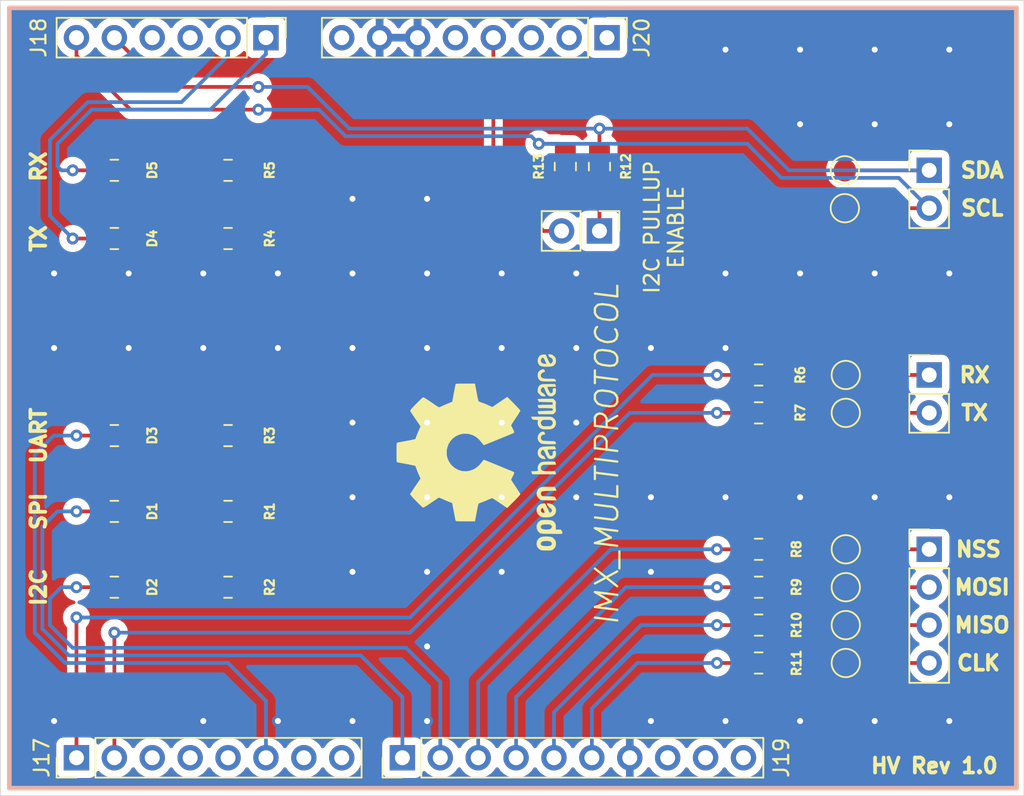
<source format=kicad_pcb>
(kicad_pcb (version 20171130) (host pcbnew "(5.1.5)-2")
  (layers (0 F.Cu signal) (31 B.Cu signal) (34 B.Paste user) (35 F.Paste user) (36 B.SilkS user) (37 F.SilkS user) (38 B.Mask user) (39 F.Mask user) (44 Edge.Cuts user))
  (net 0 "")
  (net 1 SPI_LED_GPIO_AD_B0_09)
  (net 2 "Net-(D1-Pad1)")
  (net 3 I2C_LED_GPIO_AD_B0_07)
  (net 4 "Net-(D2-Pad1)")
  (net 5 SERIAL_LED_GPIO_AD_B0_06)
  (net 6 "Net-(D3-Pad1)")
  (net 7 TX_LED_GPIO_AD_B0_14)
  (net 8 "Net-(D4-Pad1)")
  (net 9 RX_LED_GPIO_AD_B1_06)
  (net 10 "Net-(D5-Pad1)")
  (net 11 "Net-(J17-Pad5)")
  (net 12 LPUART2_UARTTX_GPIO_AD_B1_08)
  (net 13 LPUART2_UARTRX_GPIO_AD_B1_09)
  (net 14 LPI2C1_SCL_GPIO_AD_B1_14)
  (net 15 LPI2C1_SDA_GPIO_AD_B1_15)
  (net 16 "Net-(J18-Pad4)")
  (net 17 "Net-(J18-Pad3)")
  (net 18 "Net-(J19-Pad10)")
  (net 19 "Net-(J19-Pad9)")
  (net 20 +3V3)
  (net 21 GND)
  (net 22 LPSPI_CLK_GPIO_AD_B0_10)
  (net 23 LPSPI_MISO_GPIO_AD_B0_13)
  (net 24 LPSPI_MOSI_GPIO_AD_B0_12)
  (net 25 LPSPI_CS_GPIO_AD_B0_11)
  (net 26 "Net-(J20-Pad8)")
  (net 27 "Net-(J20-Pad5)")
  (net 28 "Net-(J20-Pad3)")
  (net 29 "Net-(J20-Pad1)")
  (net 30 "Net-(R6-Pad1)")
  (net 31 "Net-(R7-Pad1)")
  (net 32 "Net-(I2C_PULLUP_ENABLE1-Pad1)")
  (net 33 "Net-(R8-Pad1)")
  (net 34 "Net-(R9-Pad1)")
  (net 35 "Net-(R10-Pad1)")
  (net 36 "Net-(R11-Pad1)")
  (net 37 "Net-(J17-Pad8)")
  (net 38 "Net-(J17-Pad7)")
  (net 39 "Net-(J17-Pad4)")
  (net 40 "Net-(J17-Pad3)")
  (net 41 "Net-(J19-Pad8)")
  (net 42 "Net-(J20-Pad2)")
  (module TestPoint:TestPoint_Pad_D1.5mm (layer F.Cu) (at 156.6 60.63)
    (fp_text reference TP8 hide)
    (fp_text value TestPoint)
    (pad 1 smd circle (at 0 0) (size 1.5 1.5) (layers F.Cu F.Mask) (net 14 LPI2C1_SCL_GPIO_AD_B1_14))
  )
  (module TestPoint:TestPoint_Pad_D1.5mm (layer F.Cu) (at 156.6 58.09)
    (fp_text reference TP7 hide)
    (fp_text value TestPoint)
    (pad 1 smd circle (at 0 0) (size 1.5 1.5) (layers F.Cu F.Mask) (net 15 LPI2C1_SDA_GPIO_AD_B1_15))
  )
  (module Symbol:OSHW-Logo2_14.6x12mm_SilkScreen (layer F.Cu) (at 132.1 77 90)
    (fp_text reference REF** hide)
    (fp_text value OSHW-Logo2_14.6x12mm_SilkScreen hide)
  )
  (module TestPoint:TestPoint_Pad_D1.5mm (layer F.Cu) (at 156.662 91.11)
    (fp_text reference TP6 hide)
    (fp_text value TestPoint)
    (pad 1 smd circle (at 0 0) (size 1.5 1.5) (layers F.Cu F.Mask) (net 36 "Net-(R11-Pad1)"))
  )
  (module TestPoint:TestPoint_Pad_D1.5mm (layer F.Cu) (at 156.662 88.57)
    (fp_text reference TP5 hide)
    (fp_text value TestPoint)
    (pad 1 smd circle (at 0 0) (size 1.5 1.5) (layers F.Cu F.Mask) (net 35 "Net-(R10-Pad1)"))
  )
  (module TestPoint:TestPoint_Pad_D1.5mm (layer F.Cu) (at 156.662 86.03)
    (fp_text reference TP4 hide)
    (fp_text value TestPoint)
    (pad 1 smd circle (at 0 0) (size 1.5 1.5) (layers F.Cu F.Mask) (net 34 "Net-(R9-Pad1)"))
  )
  (module TestPoint:TestPoint_Pad_D1.5mm (layer F.Cu) (at 156.662 74.346)
    (fp_text reference TP2 hide)
    (fp_text value TestPoint)
    (pad 1 smd circle (at 0 0) (size 1.5 1.5) (layers F.Cu F.Mask) (net 31 "Net-(R7-Pad1)"))
  )
  (module TestPoint:TestPoint_Pad_D1.5mm (layer F.Cu) (at 156.662 71.806)
    (fp_text reference TP1 hide)
    (fp_text value TestPoint)
    (pad 1 smd circle (at 0 0) (size 1.5 1.5) (layers F.Cu F.Mask) (net 30 "Net-(R6-Pad1)"))
  )
  (module TestPoint:TestPoint_Pad_D1.5mm (layer F.Cu) (at 156.662 83.49)
    (fp_text reference TP3 hide)
    (fp_text value TestPoint)
    (pad 1 smd circle (at 0 0) (size 1.5 1.5) (layers F.Cu F.Mask) (net 33 "Net-(R8-Pad1)"))
  )
  (module Connector_PinHeader_2.54mm:PinHeader_1x04_P2.54mm_Vertical (layer F.Cu) (at 162.25 83.49)
    (fp_text reference SPI_OUT1 hide)
    (fp_text value Conn_01x04)
    (pad 4 thru_hole oval (at 0 7.62) (size 1.7 1.7) (drill 1) (layers *.Cu *.Mask) (net 36 "Net-(R11-Pad1)"))
    (pad 3 thru_hole oval (at 0 5.08) (size 1.7 1.7) (drill 1) (layers *.Cu *.Mask) (net 35 "Net-(R10-Pad1)"))
    (pad 2 thru_hole oval (at 0 2.54) (size 1.7 1.7) (drill 1) (layers *.Cu *.Mask) (net 34 "Net-(R9-Pad1)"))
    (pad 1 thru_hole rect (at 0 0) (size 1.7 1.7) (drill 1) (layers *.Cu *.Mask) (net 33 "Net-(R8-Pad1)"))
  )
  (module Connector_PinHeader_2.54mm:PinHeader_1x02_P2.54mm_Vertical (layer F.Cu) (at 162.25 71.806)
    (fp_text reference SER_OUT1 hide)
    (fp_text value Conn_01x02)
    (pad 2 thru_hole oval (at 0 2.54) (size 1.7 1.7) (drill 1) (layers *.Cu *.Mask) (net 31 "Net-(R7-Pad1)"))
    (pad 1 thru_hole rect (at 0 0) (size 1.7 1.7) (drill 1) (layers *.Cu *.Mask) (net 30 "Net-(R6-Pad1)"))
  )
  (module Resistor_SMD:R_0805_2012Metric_Pad1.15x1.40mm_HandSolder (layer F.Cu) (at 137.866 57.836 90)
    (fp_text reference R13 (at 0 -1.778 90) (layer F.SilkS) (effects (font (size 0.6 0.6))))
    (fp_text value 10k)
    (pad 2 smd roundrect (at 1.025 0 90) (size 1.15 1.4) (layers F.Cu F.Paste F.Mask) (roundrect_rratio 0.217391) (net 14 LPI2C1_SCL_GPIO_AD_B1_14))
    (pad 1 smd roundrect (at -1.025 0 90) (size 1.15 1.4) (layers F.Cu F.Paste F.Mask) (roundrect_rratio 0.217391) (net 32 "Net-(I2C_PULLUP_ENABLE1-Pad1)"))
  )
  (module Resistor_SMD:R_0805_2012Metric_Pad1.15x1.40mm_HandSolder (layer F.Cu) (at 140.152 57.836 90)
    (fp_text reference R12 (at 0 1.778 90) (layer F.SilkS) (effects (font (size 0.6 0.6))))
    (fp_text value 10k)
    (pad 2 smd roundrect (at 1.025 0 90) (size 1.15 1.4) (layers F.Cu F.Paste F.Mask) (roundrect_rratio 0.217391) (net 15 LPI2C1_SDA_GPIO_AD_B1_15))
    (pad 1 smd roundrect (at -1.025 0 90) (size 1.15 1.4) (layers F.Cu F.Paste F.Mask) (roundrect_rratio 0.217391) (net 32 "Net-(I2C_PULLUP_ENABLE1-Pad1)"))
  )
  (module Resistor_SMD:R_0805_2012Metric_Pad1.15x1.40mm_HandSolder (layer F.Cu) (at 150.82 91.11 180)
    (fp_text reference R11 (at -2.54 0 90) (layer F.SilkS) (effects (font (size 0.6 0.6))))
    (fp_text value 100R)
    (pad 2 smd roundrect (at 1.025 0 180) (size 1.15 1.4) (layers F.Cu F.Paste F.Mask) (roundrect_rratio 0.217391) (net 22 LPSPI_CLK_GPIO_AD_B0_10))
    (pad 1 smd roundrect (at -1.025 0 180) (size 1.15 1.4) (layers F.Cu F.Paste F.Mask) (roundrect_rratio 0.217391) (net 36 "Net-(R11-Pad1)"))
  )
  (module Resistor_SMD:R_0805_2012Metric_Pad1.15x1.40mm_HandSolder (layer F.Cu) (at 150.82 88.57 180)
    (fp_text reference R10 (at -2.54 0 90) (layer F.SilkS) (effects (font (size 0.6 0.6))))
    (fp_text value 100R)
    (pad 2 smd roundrect (at 1.025 0 180) (size 1.15 1.4) (layers F.Cu F.Paste F.Mask) (roundrect_rratio 0.217391) (net 23 LPSPI_MISO_GPIO_AD_B0_13))
    (pad 1 smd roundrect (at -1.025 0 180) (size 1.15 1.4) (layers F.Cu F.Paste F.Mask) (roundrect_rratio 0.217391) (net 35 "Net-(R10-Pad1)"))
  )
  (module Resistor_SMD:R_0805_2012Metric_Pad1.15x1.40mm_HandSolder (layer F.Cu) (at 150.82 86.03 180)
    (fp_text reference R9 (at -2.54 0 90) (layer F.SilkS) (effects (font (size 0.6 0.6))))
    (fp_text value 100R)
    (pad 2 smd roundrect (at 1.025 0 180) (size 1.15 1.4) (layers F.Cu F.Paste F.Mask) (roundrect_rratio 0.217391) (net 24 LPSPI_MOSI_GPIO_AD_B0_12))
    (pad 1 smd roundrect (at -1.025 0 180) (size 1.15 1.4) (layers F.Cu F.Paste F.Mask) (roundrect_rratio 0.217391) (net 34 "Net-(R9-Pad1)"))
  )
  (module Resistor_SMD:R_0805_2012Metric_Pad1.15x1.40mm_HandSolder (layer F.Cu) (at 150.82 83.49 180)
    (fp_text reference R8 (at -2.54 0 90) (layer F.SilkS) (effects (font (size 0.6 0.6))))
    (fp_text value 100R)
    (pad 2 smd roundrect (at 1.025 0 180) (size 1.15 1.4) (layers F.Cu F.Paste F.Mask) (roundrect_rratio 0.217391) (net 25 LPSPI_CS_GPIO_AD_B0_11))
    (pad 1 smd roundrect (at -1.025 0 180) (size 1.15 1.4) (layers F.Cu F.Paste F.Mask) (roundrect_rratio 0.217391) (net 33 "Net-(R8-Pad1)"))
  )
  (module Connector_PinHeader_2.54mm:PinHeader_1x02_P2.54mm_Vertical (layer F.Cu) (at 140.152 62.154 270)
    (fp_text reference I2C_PULLUP_ENABLE1 hide)
    (fp_text value Conn_01x02)
    (pad 2 thru_hole oval (at 0 2.54 270) (size 1.7 1.7) (drill 1) (layers *.Cu *.Mask) (net 20 +3V3))
    (pad 1 thru_hole rect (at 0 0 270) (size 1.7 1.7) (drill 1) (layers *.Cu *.Mask) (net 32 "Net-(I2C_PULLUP_ENABLE1-Pad1)"))
  )
  (module Connector_PinHeader_2.54mm:PinHeader_1x02_P2.54mm_Vertical (layer F.Cu) (at 162.25 58.09)
    (fp_text reference I2C_OUT1 hide)
    (fp_text value Conn_01x02)
    (pad 2 thru_hole oval (at 0 2.54) (size 1.7 1.7) (drill 1) (layers *.Cu *.Mask) (net 14 LPI2C1_SCL_GPIO_AD_B1_14))
    (pad 1 thru_hole rect (at 0 0) (size 1.7 1.7) (drill 1) (layers *.Cu *.Mask) (net 15 LPI2C1_SDA_GPIO_AD_B1_15))
  )
  (module Resistor_SMD:R_0805_2012Metric_Pad1.15x1.40mm_HandSolder (layer F.Cu) (at 150.82 74.346 180)
    (fp_text reference R7 (at -2.794 0 90) (layer F.SilkS) (effects (font (size 0.6 0.6))))
    (fp_text value 100R)
    (pad 2 smd roundrect (at 1.025 0 180) (size 1.15 1.4) (layers F.Cu F.Paste F.Mask) (roundrect_rratio 0.217391) (net 12 LPUART2_UARTTX_GPIO_AD_B1_08))
    (pad 1 smd roundrect (at -1.025 0 180) (size 1.15 1.4) (layers F.Cu F.Paste F.Mask) (roundrect_rratio 0.217391) (net 31 "Net-(R7-Pad1)"))
  )
  (module Resistor_SMD:R_0805_2012Metric_Pad1.15x1.40mm_HandSolder (layer F.Cu) (at 150.82 71.806 180)
    (fp_text reference R6 (at -2.794 0 90) (layer F.SilkS) (effects (font (size 0.6 0.6))))
    (fp_text value 100R)
    (pad 2 smd roundrect (at 1.025 0 180) (size 1.15 1.4) (layers F.Cu F.Paste F.Mask) (roundrect_rratio 0.217391) (net 13 LPUART2_UARTRX_GPIO_AD_B1_09))
    (pad 1 smd roundrect (at -1.025 0 180) (size 1.15 1.4) (layers F.Cu F.Paste F.Mask) (roundrect_rratio 0.217391) (net 30 "Net-(R6-Pad1)"))
  )
  (module Resistor_SMD:R_0805_2012Metric_Pad1.15x1.40mm_HandSolder (layer F.Cu) (at 115.26 58.09 180)
    (fp_text reference R5 (at -2.794 0 90) (layer F.SilkS) (effects (font (size 0.6 0.6))))
    (fp_text value 1K)
    (pad 2 smd roundrect (at 1.025 0 180) (size 1.15 1.4) (layers F.Cu F.Paste F.Mask) (roundrect_rratio 0.217391) (net 10 "Net-(D5-Pad1)"))
    (pad 1 smd roundrect (at -1.025 0 180) (size 1.15 1.4) (layers F.Cu F.Paste F.Mask) (roundrect_rratio 0.217391) (net 21 GND))
  )
  (module Resistor_SMD:R_0805_2012Metric_Pad1.15x1.40mm_HandSolder (layer F.Cu) (at 115.26 62.662 180)
    (fp_text reference R4 (at -2.794 0 90) (layer F.SilkS) (effects (font (size 0.6 0.6))))
    (fp_text value 1K)
    (pad 2 smd roundrect (at 1.025 0 180) (size 1.15 1.4) (layers F.Cu F.Paste F.Mask) (roundrect_rratio 0.217391) (net 8 "Net-(D4-Pad1)"))
    (pad 1 smd roundrect (at -1.025 0 180) (size 1.15 1.4) (layers F.Cu F.Paste F.Mask) (roundrect_rratio 0.217391) (net 21 GND))
  )
  (module Resistor_SMD:R_0805_2012Metric_Pad1.15x1.40mm_HandSolder (layer F.Cu) (at 115.26 75.87 180)
    (fp_text reference R3 (at -2.794 0 90) (layer F.SilkS) (effects (font (size 0.6 0.6))))
    (fp_text value 1K)
    (pad 2 smd roundrect (at 1.025 0 180) (size 1.15 1.4) (layers F.Cu F.Paste F.Mask) (roundrect_rratio 0.217391) (net 6 "Net-(D3-Pad1)"))
    (pad 1 smd roundrect (at -1.025 0 180) (size 1.15 1.4) (layers F.Cu F.Paste F.Mask) (roundrect_rratio 0.217391) (net 21 GND))
  )
  (module Resistor_SMD:R_0805_2012Metric_Pad1.15x1.40mm_HandSolder (layer F.Cu) (at 115.26 86.03 180)
    (fp_text reference R2 (at -2.794 0 90) (layer F.SilkS) (effects (font (size 0.6 0.6))))
    (fp_text value 1K)
    (pad 2 smd roundrect (at 1.025 0 180) (size 1.15 1.4) (layers F.Cu F.Paste F.Mask) (roundrect_rratio 0.217391) (net 4 "Net-(D2-Pad1)"))
    (pad 1 smd roundrect (at -1.025 0 180) (size 1.15 1.4) (layers F.Cu F.Paste F.Mask) (roundrect_rratio 0.217391) (net 21 GND))
  )
  (module Resistor_SMD:R_0805_2012Metric_Pad1.15x1.40mm_HandSolder (layer F.Cu) (at 115.26 80.95 180)
    (fp_text reference R1 (at -2.794 0 90) (layer F.SilkS) (effects (font (size 0.6 0.6))))
    (fp_text value 1K)
    (pad 2 smd roundrect (at 1.025 0 180) (size 1.15 1.4) (layers F.Cu F.Paste F.Mask) (roundrect_rratio 0.217391) (net 2 "Net-(D1-Pad1)"))
    (pad 1 smd roundrect (at -1.025 0 180) (size 1.15 1.4) (layers F.Cu F.Paste F.Mask) (roundrect_rratio 0.217391) (net 21 GND))
  )
  (module Connector_PinHeader_2.54mm:PinHeader_1x08_P2.54mm_Vertical (layer F.Cu) (at 140.66 49.2 270)
    (fp_text reference J20 (at 0 -2.33 90) (layer F.SilkS))
    (fp_text value Conn_01x08)
    (pad 8 thru_hole oval (at 0 17.78 270) (size 1.7 1.7) (drill 1) (layers *.Cu *.Mask) (net 26 "Net-(J20-Pad8)"))
    (pad 7 thru_hole oval (at 0 15.24 270) (size 1.7 1.7) (drill 1) (layers *.Cu *.Mask) (net 21 GND))
    (pad 6 thru_hole oval (at 0 12.7 270) (size 1.7 1.7) (drill 1) (layers *.Cu *.Mask) (net 21 GND))
    (pad 5 thru_hole oval (at 0 10.16 270) (size 1.7 1.7) (drill 1) (layers *.Cu *.Mask) (net 27 "Net-(J20-Pad5)"))
    (pad 4 thru_hole oval (at 0 7.62 270) (size 1.7 1.7) (drill 1) (layers *.Cu *.Mask) (net 20 +3V3))
    (pad 3 thru_hole oval (at 0 5.08 270) (size 1.7 1.7) (drill 1) (layers *.Cu *.Mask) (net 28 "Net-(J20-Pad3)"))
    (pad 2 thru_hole oval (at 0 2.54 270) (size 1.7 1.7) (drill 1) (layers *.Cu *.Mask) (net 42 "Net-(J20-Pad2)"))
    (pad 1 thru_hole rect (at 0 0 270) (size 1.7 1.7) (drill 1) (layers *.Cu *.Mask) (net 29 "Net-(J20-Pad1)"))
  )
  (module Connector_PinHeader_2.54mm:PinHeader_1x10_P2.54mm_Vertical (layer F.Cu) (at 126.944 97.46 90)
    (fp_text reference J19 (at 0 25.4 90) (layer F.SilkS))
    (fp_text value Conn_01x10)
    (pad 10 thru_hole oval (at 0 22.86 90) (size 1.7 1.7) (drill 1) (layers *.Cu *.Mask) (net 18 "Net-(J19-Pad10)"))
    (pad 9 thru_hole oval (at 0 20.32 90) (size 1.7 1.7) (drill 1) (layers *.Cu *.Mask) (net 19 "Net-(J19-Pad9)"))
    (pad 8 thru_hole oval (at 0 17.78 90) (size 1.7 1.7) (drill 1) (layers *.Cu *.Mask) (net 41 "Net-(J19-Pad8)"))
    (pad 7 thru_hole oval (at 0 15.24 90) (size 1.7 1.7) (drill 1) (layers *.Cu *.Mask) (net 21 GND))
    (pad 6 thru_hole oval (at 0 12.7 90) (size 1.7 1.7) (drill 1) (layers *.Cu *.Mask) (net 22 LPSPI_CLK_GPIO_AD_B0_10))
    (pad 5 thru_hole oval (at 0 10.16 90) (size 1.7 1.7) (drill 1) (layers *.Cu *.Mask) (net 23 LPSPI_MISO_GPIO_AD_B0_13))
    (pad 4 thru_hole oval (at 0 7.62 90) (size 1.7 1.7) (drill 1) (layers *.Cu *.Mask) (net 24 LPSPI_MOSI_GPIO_AD_B0_12))
    (pad 3 thru_hole oval (at 0 5.08 90) (size 1.7 1.7) (drill 1) (layers *.Cu *.Mask) (net 25 LPSPI_CS_GPIO_AD_B0_11))
    (pad 2 thru_hole oval (at 0 2.54 90) (size 1.7 1.7) (drill 1) (layers *.Cu *.Mask) (net 3 I2C_LED_GPIO_AD_B0_07))
    (pad 1 thru_hole rect (at 0 0 90) (size 1.7 1.7) (drill 1) (layers *.Cu *.Mask) (net 1 SPI_LED_GPIO_AD_B0_09))
  )
  (module Connector_PinHeader_2.54mm:PinHeader_1x06_P2.54mm_Vertical (layer F.Cu) (at 117.8 49.2 270)
    (fp_text reference J18 (at 0 15.24 90) (layer F.SilkS))
    (fp_text value Conn_01x06)
    (pad 6 thru_hole oval (at 0 12.7 270) (size 1.7 1.7) (drill 1) (layers *.Cu *.Mask) (net 14 LPI2C1_SCL_GPIO_AD_B1_14))
    (pad 5 thru_hole oval (at 0 10.16 270) (size 1.7 1.7) (drill 1) (layers *.Cu *.Mask) (net 15 LPI2C1_SDA_GPIO_AD_B1_15))
    (pad 4 thru_hole oval (at 0 7.62 270) (size 1.7 1.7) (drill 1) (layers *.Cu *.Mask) (net 16 "Net-(J18-Pad4)"))
    (pad 3 thru_hole oval (at 0 5.08 270) (size 1.7 1.7) (drill 1) (layers *.Cu *.Mask) (net 17 "Net-(J18-Pad3)"))
    (pad 2 thru_hole oval (at 0 2.54 270) (size 1.7 1.7) (drill 1) (layers *.Cu *.Mask) (net 7 TX_LED_GPIO_AD_B0_14))
    (pad 1 thru_hole rect (at 0 0 270) (size 1.7 1.7) (drill 1) (layers *.Cu *.Mask) (net 9 RX_LED_GPIO_AD_B1_06))
  )
  (module Connector_PinHeader_2.54mm:PinHeader_1x08_P2.54mm_Vertical (layer F.Cu) (at 105.1 97.46 90)
    (fp_text reference J17 (at 0 -2.33 90) (layer F.SilkS))
    (fp_text value Conn_01x08)
    (pad 8 thru_hole oval (at 0 17.78 90) (size 1.7 1.7) (drill 1) (layers *.Cu *.Mask) (net 37 "Net-(J17-Pad8)"))
    (pad 7 thru_hole oval (at 0 15.24 90) (size 1.7 1.7) (drill 1) (layers *.Cu *.Mask) (net 38 "Net-(J17-Pad7)"))
    (pad 6 thru_hole oval (at 0 12.7 90) (size 1.7 1.7) (drill 1) (layers *.Cu *.Mask) (net 5 SERIAL_LED_GPIO_AD_B0_06))
    (pad 5 thru_hole oval (at 0 10.16 90) (size 1.7 1.7) (drill 1) (layers *.Cu *.Mask) (net 11 "Net-(J17-Pad5)"))
    (pad 4 thru_hole oval (at 0 7.62 90) (size 1.7 1.7) (drill 1) (layers *.Cu *.Mask) (net 39 "Net-(J17-Pad4)"))
    (pad 3 thru_hole oval (at 0 5.08 90) (size 1.7 1.7) (drill 1) (layers *.Cu *.Mask) (net 40 "Net-(J17-Pad3)"))
    (pad 2 thru_hole oval (at 0 2.54 90) (size 1.7 1.7) (drill 1) (layers *.Cu *.Mask) (net 12 LPUART2_UARTTX_GPIO_AD_B1_08))
    (pad 1 thru_hole rect (at 0 0 90) (size 1.7 1.7) (drill 1) (layers *.Cu *.Mask) (net 13 LPUART2_UARTRX_GPIO_AD_B1_09))
  )
  (module Resistor_SMD:R_0805_2012Metric_Pad1.15x1.40mm_HandSolder (layer F.Cu) (at 107.64 58.09 180)
    (fp_text reference D5 (at -2.54 0 90) (layer F.SilkS) (effects (font (size 0.6 0.6))))
    (fp_text value RX_LED)
    (pad 2 smd roundrect (at 1.025 0 180) (size 1.15 1.4) (layers F.Cu F.Paste F.Mask) (roundrect_rratio 0.217391) (net 9 RX_LED_GPIO_AD_B1_06))
    (pad 1 smd roundrect (at -1.025 0 180) (size 1.15 1.4) (layers F.Cu F.Paste F.Mask) (roundrect_rratio 0.217391) (net 10 "Net-(D5-Pad1)"))
  )
  (module Resistor_SMD:R_0805_2012Metric_Pad1.15x1.40mm_HandSolder (layer F.Cu) (at 107.64 62.662 180)
    (fp_text reference D4 (at -2.54 0 90) (layer F.SilkS) (effects (font (size 0.6 0.6))))
    (fp_text value TX_LED)
    (pad 2 smd roundrect (at 1.025 0 180) (size 1.15 1.4) (layers F.Cu F.Paste F.Mask) (roundrect_rratio 0.217391) (net 7 TX_LED_GPIO_AD_B0_14))
    (pad 1 smd roundrect (at -1.025 0 180) (size 1.15 1.4) (layers F.Cu F.Paste F.Mask) (roundrect_rratio 0.217391) (net 8 "Net-(D4-Pad1)"))
  )
  (module Resistor_SMD:R_0805_2012Metric_Pad1.15x1.40mm_HandSolder (layer F.Cu) (at 107.64 75.87 180)
    (fp_text reference D3 (at -2.54 0 90) (layer F.SilkS) (effects (font (size 0.6 0.6))))
    (fp_text value SER_LED)
    (pad 2 smd roundrect (at 1.025 0 180) (size 1.15 1.4) (layers F.Cu F.Paste F.Mask) (roundrect_rratio 0.217391) (net 5 SERIAL_LED_GPIO_AD_B0_06))
    (pad 1 smd roundrect (at -1.025 0 180) (size 1.15 1.4) (layers F.Cu F.Paste F.Mask) (roundrect_rratio 0.217391) (net 6 "Net-(D3-Pad1)"))
  )
  (module Resistor_SMD:R_0805_2012Metric_Pad1.15x1.40mm_HandSolder (layer F.Cu) (at 107.64 86.03 180)
    (fp_text reference D2 (at -2.54 0 90) (layer F.SilkS) (effects (font (size 0.6 0.6))))
    (fp_text value I2C_LED)
    (pad 2 smd roundrect (at 1.025 0 180) (size 1.15 1.4) (layers F.Cu F.Paste F.Mask) (roundrect_rratio 0.217391) (net 3 I2C_LED_GPIO_AD_B0_07))
    (pad 1 smd roundrect (at -1.025 0 180) (size 1.15 1.4) (layers F.Cu F.Paste F.Mask) (roundrect_rratio 0.217391) (net 4 "Net-(D2-Pad1)"))
  )
  (module Resistor_SMD:R_0805_2012Metric_Pad1.15x1.40mm_HandSolder (layer F.Cu) (at 107.64 80.95 180)
    (fp_text reference D1 (at -2.54 0 90) (layer F.SilkS) (effects (font (size 0.6 0.6))))
    (fp_text value SPI_LED)
    (pad 2 smd roundrect (at 1.025 0 180) (size 1.15 1.4) (layers F.Cu F.Paste F.Mask) (roundrect_rratio 0.217391) (net 1 SPI_LED_GPIO_AD_B0_09))
    (pad 1 smd roundrect (at -1.025 0 180) (size 1.15 1.4) (layers F.Cu F.Paste F.Mask) (roundrect_rratio 0.217391) (net 2 "Net-(D1-Pad1)"))
  )
  (gr_text "I2C PULLUP\nENABLE" (at 144.47 61.9 90) (layer F.SilkS) (effects (font (size 1 1))))
  (gr_text IMX_MULTIPROTOCOL (at 140.66 77.14 90) (layer F.SilkS) (effects (font (size 1.5 1.5) (thickness 0.15) italic)))
  (gr_line (start 168.1 47.2) (end 168.1 99.5) (layer B.SilkS) (width 0.3))
  (gr_line (start 100.6 99.5) (end 100.6 47.2) (layer B.SilkS) (width 0.3))
  (gr_line (start 168.1 99.5) (end 100.6 99.5) (layer B.SilkS) (width 0.3))
  (gr_line (start 168.1 47.2) (end 100.6 47.2) (layer B.SilkS) (width 0.3))
  (gr_line (start 168.1 99.5) (end 168.1 47.2) (layer F.SilkS) (width 0.3))
  (gr_line (start 100.6 47.2) (end 100.6 99.5) (layer F.SilkS) (width 0.3))
  (gr_line (start 168.1 47.2) (end 100.6 47.2) (layer F.SilkS) (width 0.3))
  (gr_line (start 168.1 99.5) (end 100.6 99.5) (layer F.SilkS) (width 0.3))
  (gr_text "HV Rev 1.0" (at 162.6 98) (layer F.SilkS) (effects (font (size 1 1) (thickness 0.25))))
  (gr_text RX (at 102.56 57.836 90) (layer F.SilkS) (effects (font (size 1 1) (thickness 0.25))))
  (gr_text TX (at 102.56 62.662 90) (layer F.SilkS) (effects (font (size 1 1) (thickness 0.25))))
  (gr_text UART (at 102.56 75.87 90) (layer F.SilkS) (effects (font (size 1 1) (thickness 0.25))))
  (gr_text SPI (at 102.56 80.95 90) (layer F.SilkS) (effects (font (size 1 1) (thickness 0.25))))
  (gr_text I2C (at 102.56 86.03 90) (layer F.SilkS) (effects (font (size 1 1) (thickness 0.25))))
  (gr_text CLK (at 165.552 91.11) (layer F.SilkS) (effects (font (size 1 1) (thickness 0.25))))
  (gr_text MOSI (at 165.806 86.03) (layer F.SilkS) (effects (font (size 1 1) (thickness 0.25))))
  (gr_text MISO (at 165.806 88.57) (layer F.SilkS) (effects (font (size 1 1) (thickness 0.25))))
  (gr_text NSS (at 165.552 83.49) (layer F.SilkS) (effects (font (size 1 1) (thickness 0.25))))
  (gr_text TX (at 165.298 74.346) (layer F.SilkS) (effects (font (size 1 1) (thickness 0.25))))
  (gr_text RX (at 165.298 71.806) (layer F.SilkS) (effects (font (size 1 1) (thickness 0.25))))
  (gr_text SCL (at 165.806 60.63) (layer F.SilkS) (effects (font (size 1 1) (thickness 0.25))))
  (gr_text SDA (at 165.806 58.09) (layer F.SilkS) (effects (font (size 1 1) (thickness 0.25))))
  (gr_line (start 100 46.7) (end 168.6 46.7) (layer Edge.Cuts) (width 0.05))
  (gr_line (start 168.6 100) (end 168.6 46.7) (layer Edge.Cuts) (width 0.05))
  (gr_line (start 100 100) (end 100 46.7) (layer Edge.Cuts) (width 0.05))
  (gr_line (start 100 100) (end 168.6 100) (layer Edge.Cuts) (width 0.05))
  (via (at 105.1 80.95) (size 0.8) (drill 0.4) (layers F.Cu B.Cu) (net 1))
  (segment (start 103.83 80.95) (end 105.1 80.95) (width 0.25) (layer B.Cu) (net 1))
  (segment (start 126.944 93.396) (end 124.15 90.602) (width 0.25) (layer B.Cu) (net 1))
  (segment (start 124.15 90.602) (end 104.592 90.602) (width 0.25) (layer B.Cu) (net 1))
  (segment (start 104.592 90.602) (end 102.814 88.824) (width 0.25) (layer B.Cu) (net 1))
  (segment (start 102.814 81.966) (end 103.83 80.95) (width 0.25) (layer B.Cu) (net 1))
  (segment (start 126.944 97.46) (end 126.944 93.396) (width 0.25) (layer B.Cu) (net 1))
  (segment (start 102.814 88.824) (end 102.814 81.966) (width 0.25) (layer B.Cu) (net 1))
  (segment (start 105.1 80.95) (end 106.615 80.95) (width 0.25) (layer F.Cu) (net 1))
  (segment (start 109.24 80.95) (end 114.235 80.95) (width 0.25) (layer F.Cu) (net 2))
  (segment (start 108.665 80.95) (end 109.24 80.95) (width 0.25) (layer F.Cu) (net 2))
  (via (at 105.1 86.03) (size 0.8) (drill 0.4) (layers F.Cu B.Cu) (net 3))
  (segment (start 103.322 86.792) (end 104.084 86.03) (width 0.25) (layer B.Cu) (net 3))
  (segment (start 129.484 92.38) (end 127.198 90.094) (width 0.25) (layer B.Cu) (net 3))
  (segment (start 127.198 90.094) (end 104.846 90.094) (width 0.25) (layer B.Cu) (net 3))
  (segment (start 104.846 90.094) (end 103.322 88.57) (width 0.25) (layer B.Cu) (net 3))
  (segment (start 104.084 86.03) (end 105.1 86.03) (width 0.25) (layer B.Cu) (net 3))
  (segment (start 129.484 97.46) (end 129.484 92.38) (width 0.25) (layer B.Cu) (net 3))
  (segment (start 103.322 88.57) (end 103.322 86.792) (width 0.25) (layer B.Cu) (net 3))
  (segment (start 105.1 86.03) (end 106.615 86.03) (width 0.25) (layer F.Cu) (net 3))
  (segment (start 108.665 86.03) (end 114.235 86.03) (width 0.25) (layer F.Cu) (net 4))
  (via (at 105.1 75.87) (size 0.8) (drill 0.4) (layers F.Cu B.Cu) (net 5))
  (segment (start 103.576 75.87) (end 105.1 75.87) (width 0.25) (layer B.Cu) (net 5))
  (segment (start 117.8 93.65) (end 115.26 91.11) (width 0.25) (layer B.Cu) (net 5))
  (segment (start 115.26 91.11) (end 104.338 91.11) (width 0.25) (layer B.Cu) (net 5))
  (segment (start 102.306 89.078) (end 102.306 77.14) (width 0.25) (layer B.Cu) (net 5))
  (segment (start 102.306 77.14) (end 103.576 75.87) (width 0.25) (layer B.Cu) (net 5))
  (segment (start 117.8 97.46) (end 117.8 93.65) (width 0.25) (layer B.Cu) (net 5))
  (segment (start 104.338 91.11) (end 102.306 89.078) (width 0.25) (layer B.Cu) (net 5))
  (segment (start 105.1 75.87) (end 106.615 75.87) (width 0.25) (layer F.Cu) (net 5))
  (segment (start 108.665 75.87) (end 114.235 75.87) (width 0.25) (layer F.Cu) (net 6))
  (via (at 104.846 62.662) (size 0.8) (drill 0.4) (layers F.Cu B.Cu) (net 7))
  (segment (start 115.26 50.402081) (end 112.144081 53.518) (width 0.25) (layer B.Cu) (net 7))
  (segment (start 115.26 49.2) (end 115.26 50.402081) (width 0.25) (layer B.Cu) (net 7))
  (segment (start 112.144081 53.518) (end 105.862 53.518) (width 0.25) (layer B.Cu) (net 7))
  (segment (start 105.862 53.518) (end 103.322 56.058) (width 0.25) (layer B.Cu) (net 7))
  (segment (start 103.322 61.138) (end 104.846 62.662) (width 0.25) (layer B.Cu) (net 7))
  (segment (start 103.322 56.058) (end 103.322 61.138) (width 0.25) (layer B.Cu) (net 7))
  (segment (start 104.846 62.662) (end 106.615 62.662) (width 0.25) (layer F.Cu) (net 7))
  (segment (start 114.235 62.662) (end 108.665 62.662) (width 0.25) (layer F.Cu) (net 8))
  (via (at 104.846 58.09) (size 0.8) (drill 0.4) (layers F.Cu B.Cu) (net 9))
  (segment (start 117.8 50.3) (end 114.074 54.026) (width 0.25) (layer B.Cu) (net 9))
  (segment (start 104.084 58.09) (end 104.846 58.09) (width 0.25) (layer B.Cu) (net 9))
  (segment (start 117.8 49.2) (end 117.8 50.3) (width 0.25) (layer B.Cu) (net 9))
  (segment (start 114.074 54.026) (end 106.116 54.026) (width 0.25) (layer B.Cu) (net 9))
  (segment (start 103.83 57.836) (end 104.084 58.09) (width 0.25) (layer B.Cu) (net 9))
  (segment (start 103.83 56.312) (end 103.83 57.836) (width 0.25) (layer B.Cu) (net 9))
  (segment (start 106.116 54.026) (end 103.83 56.312) (width 0.25) (layer B.Cu) (net 9))
  (segment (start 104.846 58.09) (end 106.615 58.09) (width 0.25) (layer F.Cu) (net 9))
  (segment (start 108.665 58.09) (end 114.235 58.09) (width 0.25) (layer F.Cu) (net 10))
  (via (at 107.64 89.078) (size 0.8) (drill 0.4) (layers F.Cu B.Cu) (net 12))
  (via (at 148.026 74.346) (size 0.8) (drill 0.4) (layers F.Cu B.Cu) (net 12))
  (segment (start 148.026 74.346) (end 149.795 74.346) (width 0.25) (layer F.Cu) (net 12))
  (segment (start 107.64 97.46) (end 107.64 89.078) (width 0.25) (layer F.Cu) (net 12))
  (segment (start 107.64 89.078) (end 127.452 89.078) (width 0.25) (layer B.Cu) (net 12))
  (segment (start 142.184 74.346) (end 148.026 74.346) (width 0.25) (layer B.Cu) (net 12))
  (segment (start 127.452 89.078) (end 142.184 74.346) (width 0.25) (layer B.Cu) (net 12))
  (via (at 105.1 88.062) (size 0.8) (drill 0.4) (layers F.Cu B.Cu) (net 13))
  (via (at 148.026 71.806) (size 0.8) (drill 0.4) (layers F.Cu B.Cu) (net 13))
  (segment (start 148.026 71.806) (end 149.795 71.806) (width 0.25) (layer F.Cu) (net 13))
  (segment (start 105.1 88.062) (end 105.1 97.46) (width 0.25) (layer F.Cu) (net 13))
  (segment (start 105.1 88.062) (end 127.452 88.062) (width 0.25) (layer B.Cu) (net 13))
  (segment (start 143.708 71.806) (end 148.026 71.806) (width 0.25) (layer B.Cu) (net 13))
  (segment (start 127.452 88.062) (end 143.708 71.806) (width 0.25) (layer B.Cu) (net 13))
  (via (at 136.088 56.312) (size 0.8) (drill 0.4) (layers F.Cu B.Cu) (net 14))
  (via (at 117.292 54.026) (size 0.8) (drill 0.4) (layers F.Cu B.Cu) (net 14))
  (segment (start 116.726315 54.026) (end 117.292 54.026) (width 0.25) (layer F.Cu) (net 14))
  (segment (start 105.1 49.2) (end 105.1 50.402081) (width 0.25) (layer F.Cu) (net 14))
  (segment (start 108.723919 54.026) (end 116.726315 54.026) (width 0.25) (layer F.Cu) (net 14))
  (segment (start 105.1 50.402081) (end 108.723919 54.026) (width 0.25) (layer F.Cu) (net 14))
  (segment (start 135.58 55.804) (end 136.088 56.312) (width 0.25) (layer B.Cu) (net 14))
  (segment (start 123.134 55.804) (end 135.58 55.804) (width 0.25) (layer B.Cu) (net 14))
  (segment (start 117.292 54.026) (end 121.356 54.026) (width 0.25) (layer B.Cu) (net 14))
  (segment (start 121.356 54.026) (end 123.134 55.804) (width 0.25) (layer B.Cu) (net 14))
  (segment (start 136.088 56.312) (end 150.058 56.312) (width 0.25) (layer B.Cu) (net 14))
  (segment (start 150.058 56.312) (end 152.344 58.598) (width 0.25) (layer B.Cu) (net 14))
  (segment (start 137.367 56.312) (end 137.866 56.811) (width 0.25) (layer F.Cu) (net 14))
  (segment (start 136.088 56.312) (end 137.367 56.312) (width 0.25) (layer F.Cu) (net 14))
  (segment (start 160.218 58.598) (end 162.25 60.63) (width 0.25) (layer B.Cu) (net 14))
  (segment (start 152.344 58.598) (end 160.218 58.598) (width 0.25) (layer B.Cu) (net 14))
  (segment (start 162.25 60.63) (end 156.6 60.63) (width 0.25) (layer F.Cu) (net 14))
  (via (at 140.152 55.296) (size 0.8) (drill 0.4) (layers F.Cu B.Cu) (net 15))
  (via (at 117.292 52.502) (size 0.8) (drill 0.4) (layers F.Cu B.Cu) (net 15))
  (segment (start 110.942 52.502) (end 117.292 52.502) (width 0.25) (layer F.Cu) (net 15))
  (segment (start 107.64 49.2) (end 110.942 52.502) (width 0.25) (layer F.Cu) (net 15))
  (segment (start 117.292 52.502) (end 120.594 52.502) (width 0.25) (layer B.Cu) (net 15))
  (segment (start 123.388 55.296) (end 140.152 55.296) (width 0.25) (layer B.Cu) (net 15))
  (segment (start 120.594 52.502) (end 123.388 55.296) (width 0.25) (layer B.Cu) (net 15))
  (segment (start 140.152 55.296) (end 148.304 55.296) (width 0.25) (layer B.Cu) (net 15))
  (segment (start 150.058 55.296) (end 152.852 58.09) (width 0.25) (layer B.Cu) (net 15))
  (segment (start 140.152 55.296) (end 140.152 56.811) (width 0.25) (layer F.Cu) (net 15))
  (segment (start 152.852 58.09) (end 162.25 58.09) (width 0.25) (layer B.Cu) (net 15))
  (segment (start 161.15 58.09) (end 156.6 58.09) (width 0.25) (layer F.Cu) (net 15))
  (segment (start 162.25 58.09) (end 161.15 58.09) (width 0.25) (layer F.Cu) (net 15))
  (segment (start 148.304 55.296) (end 150.058 55.296) (width 0.25) (layer B.Cu) (net 15))
  (segment (start 133.04 50.402081) (end 133.04 49.2) (width 0.25) (layer F.Cu) (net 20))
  (segment (start 133.04 58.784081) (end 133.04 50.402081) (width 0.25) (layer F.Cu) (net 20))
  (segment (start 137.612 62.154) (end 136.409919 62.154) (width 0.25) (layer F.Cu) (net 20))
  (segment (start 136.409919 62.154) (end 133.04 58.784081) (width 0.25) (layer F.Cu) (net 20))
  (via (at 163.6 50) (size 0.8) (drill 0.4) (layers F.Cu B.Cu) (net 21))
  (via (at 158.6 50) (size 0.8) (drill 0.4) (layers F.Cu B.Cu) (net 21))
  (via (at 153.6 50) (size 0.8) (drill 0.4) (layers F.Cu B.Cu) (net 21))
  (via (at 148.6 50) (size 0.8) (drill 0.4) (layers F.Cu B.Cu) (net 21))
  (via (at 153.6 55) (size 0.8) (drill 0.4) (layers F.Cu B.Cu) (net 21))
  (via (at 158.6 55) (size 0.8) (drill 0.4) (layers F.Cu B.Cu) (net 21))
  (via (at 163.6 55) (size 0.8) (drill 0.4) (layers F.Cu B.Cu) (net 21))
  (via (at 163.6 65) (size 0.8) (drill 0.4) (layers F.Cu B.Cu) (net 21))
  (via (at 158.6 65) (size 0.8) (drill 0.4) (layers F.Cu B.Cu) (net 21))
  (via (at 153.6 65) (size 0.8) (drill 0.4) (layers F.Cu B.Cu) (net 21))
  (via (at 148.6 65) (size 0.8) (drill 0.4) (layers F.Cu B.Cu) (net 21))
  (via (at 148.6 70) (size 0.8) (drill 0.4) (layers F.Cu B.Cu) (net 21))
  (via (at 143.6 70) (size 0.8) (drill 0.4) (layers F.Cu B.Cu) (net 21))
  (via (at 138.6 70) (size 0.8) (drill 0.4) (layers F.Cu B.Cu) (net 21))
  (via (at 138.6 65) (size 0.8) (drill 0.4) (layers F.Cu B.Cu) (net 21))
  (via (at 133.6 65) (size 0.8) (drill 0.4) (layers F.Cu B.Cu) (net 21))
  (via (at 128.6 65) (size 0.8) (drill 0.4) (layers F.Cu B.Cu) (net 21))
  (via (at 128.6 60) (size 0.8) (drill 0.4) (layers F.Cu B.Cu) (net 21))
  (via (at 123.6 60) (size 0.8) (drill 0.4) (layers F.Cu B.Cu) (net 21))
  (via (at 123.6 65) (size 0.8) (drill 0.4) (layers F.Cu B.Cu) (net 21))
  (via (at 123.6 70) (size 0.8) (drill 0.4) (layers F.Cu B.Cu) (net 21))
  (via (at 128.6 70) (size 0.8) (drill 0.4) (layers F.Cu B.Cu) (net 21))
  (via (at 133.6 70) (size 0.8) (drill 0.4) (layers F.Cu B.Cu) (net 21))
  (via (at 133.6 75) (size 0.8) (drill 0.4) (layers F.Cu B.Cu) (net 21))
  (via (at 128.6 75) (size 0.8) (drill 0.4) (layers F.Cu B.Cu) (net 21))
  (via (at 123.6 75) (size 0.8) (drill 0.4) (layers F.Cu B.Cu) (net 21))
  (via (at 138.6 75) (size 0.8) (drill 0.4) (layers F.Cu B.Cu) (net 21))
  (via (at 143.6 80) (size 0.8) (drill 0.4) (layers F.Cu B.Cu) (net 21))
  (via (at 138.6 80) (size 0.8) (drill 0.4) (layers F.Cu B.Cu) (net 21))
  (via (at 133.6 80) (size 0.8) (drill 0.4) (layers F.Cu B.Cu) (net 21))
  (via (at 128.6 80) (size 0.8) (drill 0.4) (layers F.Cu B.Cu) (net 21))
  (via (at 123.6 80) (size 0.8) (drill 0.4) (layers F.Cu B.Cu) (net 21))
  (via (at 123.6 85) (size 0.8) (drill 0.4) (layers F.Cu B.Cu) (net 21))
  (via (at 128.6 85) (size 0.8) (drill 0.4) (layers F.Cu B.Cu) (net 21))
  (via (at 133.6 85) (size 0.8) (drill 0.4) (layers F.Cu B.Cu) (net 21))
  (via (at 143.6 85) (size 0.8) (drill 0.4) (layers F.Cu B.Cu) (net 21))
  (via (at 148.6 80) (size 0.8) (drill 0.4) (layers F.Cu B.Cu) (net 21))
  (via (at 153.6 80) (size 0.8) (drill 0.4) (layers F.Cu B.Cu) (net 21))
  (via (at 158.6 80) (size 0.8) (drill 0.4) (layers F.Cu B.Cu) (net 21))
  (via (at 163.6 80) (size 0.8) (drill 0.4) (layers F.Cu B.Cu) (net 21))
  (via (at 163.6 95) (size 0.8) (drill 0.4) (layers F.Cu B.Cu) (net 21))
  (via (at 158.6 95) (size 0.8) (drill 0.4) (layers F.Cu B.Cu) (net 21))
  (via (at 153.6 95) (size 0.8) (drill 0.4) (layers F.Cu B.Cu) (net 21))
  (via (at 148.6 95) (size 0.8) (drill 0.4) (layers F.Cu B.Cu) (net 21))
  (via (at 143.6 95) (size 0.8) (drill 0.4) (layers F.Cu B.Cu) (net 21))
  (via (at 128.6 95) (size 0.8) (drill 0.4) (layers F.Cu B.Cu) (net 21))
  (via (at 123.6 95) (size 0.8) (drill 0.4) (layers F.Cu B.Cu) (net 21))
  (via (at 118.6 95) (size 0.8) (drill 0.4) (layers F.Cu B.Cu) (net 21))
  (via (at 113.6 95) (size 0.8) (drill 0.4) (layers F.Cu B.Cu) (net 21))
  (via (at 128.6 90) (size 0.8) (drill 0.4) (layers F.Cu B.Cu) (net 21))
  (via (at 118.6 70) (size 0.8) (drill 0.4) (layers F.Cu B.Cu) (net 21))
  (via (at 118.6 65) (size 0.8) (drill 0.4) (layers F.Cu B.Cu) (net 21))
  (via (at 113.6 65) (size 0.8) (drill 0.4) (layers F.Cu B.Cu) (net 21))
  (via (at 108.6 65) (size 0.8) (drill 0.4) (layers F.Cu B.Cu) (net 21))
  (via (at 103.6 65) (size 0.8) (drill 0.4) (layers F.Cu B.Cu) (net 21))
  (via (at 103.6 70) (size 0.8) (drill 0.4) (layers F.Cu B.Cu) (net 21))
  (via (at 108.6 70) (size 0.8) (drill 0.4) (layers F.Cu B.Cu) (net 21))
  (via (at 113.6 70) (size 0.8) (drill 0.4) (layers F.Cu B.Cu) (net 21))
  (via (at 103.6 95) (size 0.8) (drill 0.4) (layers F.Cu B.Cu) (net 21))
  (via (at 148.026 91.11) (size 0.8) (drill 0.4) (layers F.Cu B.Cu) (net 22))
  (segment (start 139.644 97.46) (end 139.644 94.158) (width 0.25) (layer B.Cu) (net 22))
  (segment (start 142.692 91.11) (end 148.026 91.11) (width 0.25) (layer B.Cu) (net 22))
  (segment (start 139.644 94.158) (end 142.692 91.11) (width 0.25) (layer B.Cu) (net 22))
  (segment (start 149.795 91.11) (end 148.026 91.11) (width 0.25) (layer F.Cu) (net 22))
  (via (at 148.026 88.57) (size 0.8) (drill 0.4) (layers F.Cu B.Cu) (net 23))
  (segment (start 137.104 97.46) (end 137.104 94.412) (width 0.25) (layer B.Cu) (net 23))
  (segment (start 142.946 88.57) (end 148.026 88.57) (width 0.25) (layer B.Cu) (net 23))
  (segment (start 137.104 94.412) (end 142.946 88.57) (width 0.25) (layer B.Cu) (net 23))
  (segment (start 149.795 88.57) (end 148.026 88.57) (width 0.25) (layer F.Cu) (net 23))
  (via (at 148.026 86.03) (size 0.8) (drill 0.4) (layers F.Cu B.Cu) (net 24))
  (segment (start 134.564 97.46) (end 134.564 93.396) (width 0.25) (layer B.Cu) (net 24))
  (segment (start 141.93 86.03) (end 148.026 86.03) (width 0.25) (layer B.Cu) (net 24))
  (segment (start 134.564 93.396) (end 138.28 89.68) (width 0.25) (layer B.Cu) (net 24))
  (segment (start 149.795 86.03) (end 148.026 86.03) (width 0.25) (layer F.Cu) (net 24))
  (segment (start 138.28 89.68) (end 141.93 86.03) (width 0.25) (layer B.Cu) (net 24))
  (via (at 148.026 83.49) (size 0.8) (drill 0.4) (layers F.Cu B.Cu) (net 25))
  (segment (start 132.024 97.46) (end 132.024 92.38) (width 0.25) (layer B.Cu) (net 25))
  (segment (start 140.914 83.49) (end 148.026 83.49) (width 0.25) (layer B.Cu) (net 25))
  (segment (start 132.024 92.38) (end 140.914 83.49) (width 0.25) (layer B.Cu) (net 25))
  (segment (start 148.026 83.49) (end 149.795 83.49) (width 0.25) (layer F.Cu) (net 25))
  (segment (start 151.845 71.806) (end 156.662 71.806) (width 0.25) (layer F.Cu) (net 30))
  (segment (start 156.662 71.806) (end 162.25 71.806) (width 0.25) (layer F.Cu) (net 30))
  (segment (start 151.845 74.346) (end 156.662 74.346) (width 0.25) (layer F.Cu) (net 31))
  (segment (start 162.25 74.346) (end 156.662 74.346) (width 0.25) (layer F.Cu) (net 31))
  (segment (start 140.152 58.861) (end 140.152 62.154) (width 0.25) (layer F.Cu) (net 32))
  (segment (start 140.152 58.861) (end 137.866 58.861) (width 0.25) (layer F.Cu) (net 32))
  (segment (start 156.662 83.49) (end 151.845 83.49) (width 0.25) (layer F.Cu) (net 33))
  (segment (start 156.662 83.49) (end 162.25 83.49) (width 0.25) (layer F.Cu) (net 33))
  (segment (start 152.42 86.03) (end 156.662 86.03) (width 0.25) (layer F.Cu) (net 34))
  (segment (start 151.845 86.03) (end 152.42 86.03) (width 0.25) (layer F.Cu) (net 34))
  (segment (start 162.25 86.03) (end 156.662 86.03) (width 0.25) (layer F.Cu) (net 34))
  (segment (start 151.845 88.57) (end 156.662 88.57) (width 0.25) (layer F.Cu) (net 35))
  (segment (start 162.25 88.57) (end 156.662 88.57) (width 0.25) (layer F.Cu) (net 35))
  (segment (start 151.845 91.11) (end 156.662 91.11) (width 0.25) (layer F.Cu) (net 36))
  (segment (start 162.25 91.11) (end 156.662 91.11) (width 0.25) (layer F.Cu) (net 36))
  (zone (net 21) (net_name GND) (layer B.Cu) (connect_pads (clearance 0.508)) (min_thickness 0.254) (fill yes (arc_segments 32) (thermal_gap 0.508) (thermal_bridge_width 0.508))
    (polygon (pts (xy 168.6 100) (xy 100 100) (xy 100 46.7) (xy 168.6 46.7)))
  )
  (zone (net 21) (net_name GND) (layer F.Cu) (connect_pads (clearance 0.508)) (min_thickness 0.254) (fill yes (arc_segments 32) (thermal_gap 0.508) (thermal_bridge_width 0.508))
    (polygon (pts (xy 168.6 100) (xy 100 100) (xy 100 46.7) (xy 168.6 46.7)))
  )
)
</source>
